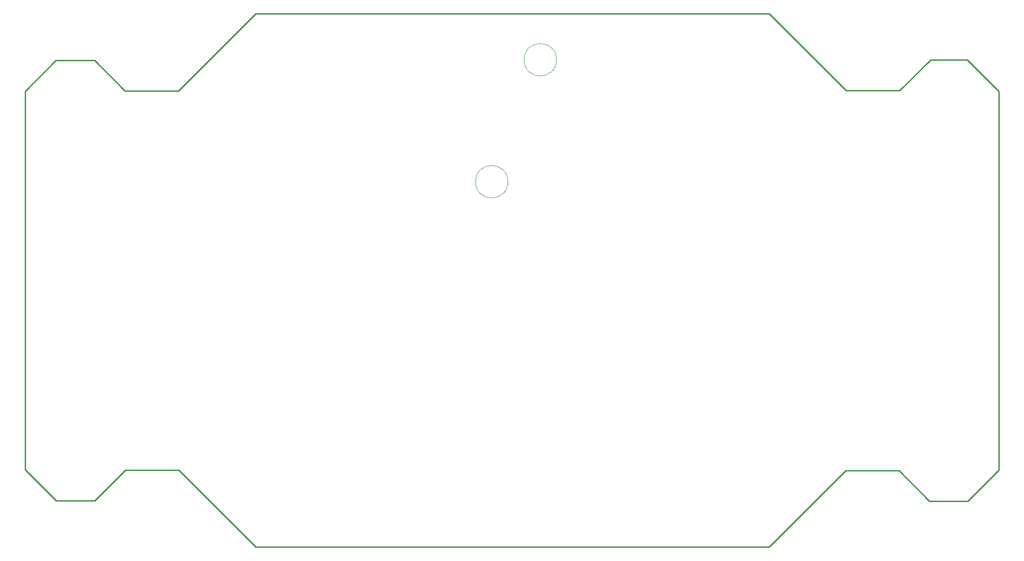
<source format=gm1>
G04*
G04 #@! TF.GenerationSoftware,Altium Limited,Altium Designer,23.0.1 (38)*
G04*
G04 Layer_Color=16711935*
%FSLAX25Y25*%
%MOIN*%
G70*
G04*
G04 #@! TF.SameCoordinates,CBCD5F51-024F-4456-99E9-F8A3691CA7AB*
G04*
G04*
G04 #@! TF.FilePolarity,Positive*
G04*
G01*
G75*
%ADD11C,0.01000*%
%ADD68C,0.00394*%
D11*
X168000Y0D02*
X542254D01*
X597960Y55706D01*
X636917D01*
X659176Y33446D01*
X687183D01*
X709759Y56023D01*
Y332546D01*
X686830Y355475D02*
X709759Y332546D01*
X659935Y355475D02*
X686830D01*
X637446Y332986D02*
X659935Y355475D01*
X598340Y332986D02*
X637446D01*
X542329Y388997D02*
X598340Y332986D01*
X167997Y388997D02*
X542329D01*
X111870Y332870D02*
X167997Y388997D01*
X72833Y332870D02*
X111870D01*
X50703Y355000D02*
X72833Y332870D01*
X22500Y355000D02*
X50703D01*
X0Y332500D02*
X22500Y355000D01*
X0Y56500D02*
Y332500D01*
Y56500D02*
X22693Y33807D01*
X50807D01*
X73000Y56000D01*
X112000D01*
X168000Y0D01*
D68*
X351932Y266500D02*
G03*
X351932Y266500I-11811J0D01*
G01*
X387306Y355500D02*
G03*
X387306Y355500I-11811J0D01*
G01*
M02*

</source>
